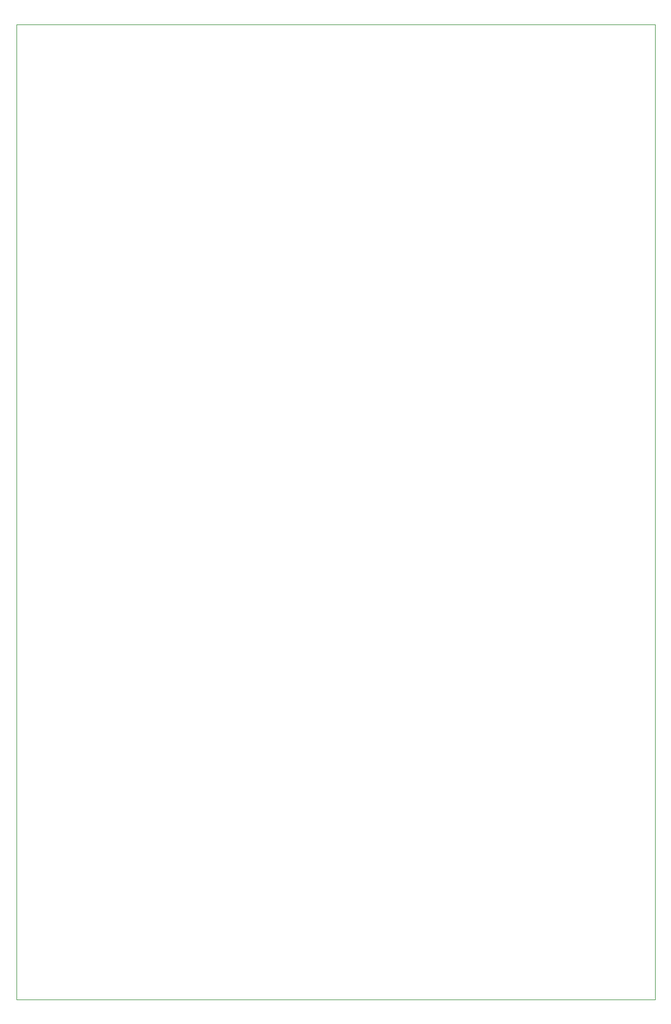
<source format=gbr>
%TF.GenerationSoftware,KiCad,Pcbnew,7.0.2*%
%TF.CreationDate,2024-07-06T11:43:59+09:00*%
%TF.ProjectId,______,b3f3c8ed-fce9-42e6-9b69-6361645f7063,rev?*%
%TF.SameCoordinates,PX63d4a40PYa3140c0*%
%TF.FileFunction,Profile,NP*%
%FSLAX46Y46*%
G04 Gerber Fmt 4.6, Leading zero omitted, Abs format (unit mm)*
G04 Created by KiCad (PCBNEW 7.0.2) date 2024-07-06 11:43:59*
%MOMM*%
%LPD*%
G01*
G04 APERTURE LIST*
%TA.AperFunction,Profile*%
%ADD10C,0.100000*%
%TD*%
G04 APERTURE END LIST*
D10*
X0Y145000000D02*
X95000000Y145000000D01*
X95000000Y0D01*
X0Y0D01*
X0Y145000000D01*
M02*

</source>
